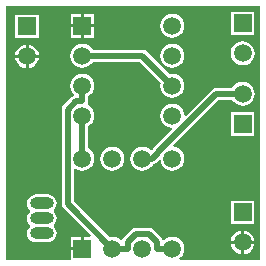
<source format=gbl>
G04 Layer_Physical_Order=2*
G04 Layer_Color=16711680*
%FSLAX44Y44*%
%MOMM*%
G71*
G01*
G75*
%ADD13C,0.5000*%
%ADD15O,2.0000X1.0000*%
%ADD16O,2.0000X1.0000*%
%ADD17R,1.5000X1.5000*%
%ADD18C,1.5000*%
%ADD19R,1.5000X1.5000*%
G36*
X220000Y5000D02*
X151928D01*
X151497Y6270D01*
X152761Y7239D01*
X154370Y9337D01*
X155382Y11779D01*
X155727Y14400D01*
X155382Y17021D01*
X154370Y19463D01*
X152761Y21561D01*
X150663Y23170D01*
X148221Y24182D01*
X145600Y24527D01*
X142979Y24182D01*
X140537Y23170D01*
X138737Y21789D01*
X138484Y21743D01*
X137671Y21838D01*
X137185Y22013D01*
X136374Y23228D01*
X129028Y30574D01*
X127361Y31688D01*
X125394Y32079D01*
X115006D01*
X113039Y31688D01*
X111372Y30574D01*
X104026Y23228D01*
X103214Y22013D01*
X102729Y21838D01*
X101916Y21743D01*
X101663Y21789D01*
X99863Y23170D01*
X97421Y24182D01*
X94800Y24527D01*
X92273Y24194D01*
X61999Y54468D01*
Y82023D01*
X63269Y82649D01*
X64337Y81830D01*
X66779Y80818D01*
X69400Y80473D01*
X72021Y80818D01*
X74463Y81830D01*
X76561Y83439D01*
X78170Y85537D01*
X79182Y87979D01*
X79527Y90600D01*
X79182Y93221D01*
X78170Y95663D01*
X76561Y97761D01*
X74539Y99312D01*
Y118188D01*
X76561Y119739D01*
X78170Y121837D01*
X79182Y124279D01*
X79527Y126900D01*
X79182Y129521D01*
X78170Y131963D01*
X76561Y134061D01*
X74463Y135670D01*
X74197Y135780D01*
X73828Y136996D01*
X74148Y137473D01*
X74539Y139440D01*
Y143588D01*
X76561Y145139D01*
X78170Y147237D01*
X79182Y149679D01*
X79527Y152300D01*
X79182Y154921D01*
X78170Y157363D01*
X76561Y159461D01*
X74463Y161070D01*
X72021Y162082D01*
X69400Y162427D01*
X66779Y162082D01*
X64337Y161070D01*
X62239Y159461D01*
X60630Y157363D01*
X59618Y154921D01*
X59273Y152300D01*
X59618Y149679D01*
X60630Y147237D01*
X62011Y145437D01*
X62057Y145184D01*
X61962Y144371D01*
X61787Y143885D01*
X60572Y143074D01*
X53226Y135728D01*
X52112Y134061D01*
X51721Y132094D01*
Y52340D01*
X52112Y50374D01*
X53226Y48706D01*
X76319Y25613D01*
X75833Y24440D01*
X70670D01*
Y14400D01*
X69400D01*
Y13130D01*
X59360D01*
Y5000D01*
X5000D01*
Y220000D01*
X220000D01*
Y5000D01*
D02*
G37*
%LPC*%
G36*
X79440Y213140D02*
X70670D01*
Y204370D01*
X79440D01*
Y213140D01*
D02*
G37*
G36*
X68130D02*
X59360D01*
Y204370D01*
X68130D01*
Y213140D01*
D02*
G37*
G36*
X215040Y215040D02*
X194960D01*
Y194960D01*
X215040D01*
Y215040D01*
D02*
G37*
G36*
X79440Y201830D02*
X70670D01*
Y193060D01*
X79440D01*
Y201830D01*
D02*
G37*
G36*
X68130D02*
X59360D01*
Y193060D01*
X68130D01*
Y201830D01*
D02*
G37*
G36*
X145600Y213227D02*
X142979Y212882D01*
X140537Y211870D01*
X138439Y210261D01*
X136830Y208163D01*
X135818Y205721D01*
X135473Y203100D01*
X135818Y200479D01*
X136830Y198037D01*
X138439Y195939D01*
X140537Y194330D01*
X142979Y193318D01*
X145600Y192973D01*
X148221Y193318D01*
X150663Y194330D01*
X152761Y195939D01*
X154370Y198037D01*
X155382Y200479D01*
X155727Y203100D01*
X155382Y205721D01*
X154370Y208163D01*
X152761Y210261D01*
X150663Y211870D01*
X148221Y212882D01*
X145600Y213227D01*
D02*
G37*
G36*
X32540Y212540D02*
X12460D01*
Y192460D01*
X32540D01*
Y212540D01*
D02*
G37*
G36*
X23770Y187059D02*
Y178370D01*
X32459D01*
X32282Y179721D01*
X31270Y182163D01*
X29661Y184261D01*
X27563Y185870D01*
X25121Y186882D01*
X23770Y187059D01*
D02*
G37*
G36*
X21230D02*
X19879Y186882D01*
X17437Y185870D01*
X15339Y184261D01*
X13730Y182163D01*
X12718Y179721D01*
X12541Y178370D01*
X21230D01*
Y187059D01*
D02*
G37*
G36*
X205000Y189727D02*
X202379Y189382D01*
X199937Y188370D01*
X197839Y186761D01*
X196230Y184663D01*
X195218Y182221D01*
X194873Y179600D01*
X195218Y176979D01*
X196230Y174537D01*
X197839Y172439D01*
X199937Y170830D01*
X202379Y169818D01*
X205000Y169473D01*
X207621Y169818D01*
X210063Y170830D01*
X212161Y172439D01*
X213770Y174537D01*
X214782Y176979D01*
X215127Y179600D01*
X214782Y182221D01*
X213770Y184663D01*
X212161Y186761D01*
X210063Y188370D01*
X207621Y189382D01*
X205000Y189727D01*
D02*
G37*
G36*
X145600Y187827D02*
X142979Y187482D01*
X140537Y186470D01*
X138439Y184861D01*
X136830Y182763D01*
X135818Y180321D01*
X135473Y177700D01*
X135818Y175079D01*
X136830Y172637D01*
X138439Y170539D01*
X140537Y168930D01*
X142979Y167918D01*
X145600Y167573D01*
X148221Y167918D01*
X150663Y168930D01*
X152761Y170539D01*
X154370Y172637D01*
X155382Y175079D01*
X155727Y177700D01*
X155382Y180321D01*
X154370Y182763D01*
X152761Y184861D01*
X150663Y186470D01*
X148221Y187482D01*
X145600Y187827D01*
D02*
G37*
G36*
X32459Y175830D02*
X23770D01*
Y167141D01*
X25121Y167318D01*
X27563Y168330D01*
X29661Y169939D01*
X31270Y172037D01*
X32282Y174479D01*
X32459Y175830D01*
D02*
G37*
G36*
X21230D02*
X12541D01*
X12718Y174479D01*
X13730Y172037D01*
X15339Y169939D01*
X17437Y168330D01*
X19879Y167318D01*
X21230Y167141D01*
Y175830D01*
D02*
G37*
G36*
X69400Y187827D02*
X66779Y187482D01*
X64337Y186470D01*
X62239Y184861D01*
X60630Y182763D01*
X59618Y180321D01*
X59273Y177700D01*
X59618Y175079D01*
X60630Y172637D01*
X62239Y170539D01*
X64337Y168930D01*
X66779Y167918D01*
X69400Y167573D01*
X72021Y167918D01*
X74463Y168930D01*
X76561Y170539D01*
X78112Y172561D01*
X118071D01*
X135806Y154827D01*
X135473Y152300D01*
X135818Y149679D01*
X136830Y147237D01*
X138439Y145139D01*
X140537Y143530D01*
X142979Y142518D01*
X145600Y142173D01*
X148221Y142518D01*
X150663Y143530D01*
X152761Y145139D01*
X154370Y147237D01*
X155382Y149679D01*
X155727Y152300D01*
X155382Y154921D01*
X154370Y157363D01*
X152761Y159461D01*
X150663Y161070D01*
X148221Y162082D01*
X145600Y162427D01*
X143073Y162094D01*
X123834Y181334D01*
X122167Y182448D01*
X120200Y182839D01*
X78112D01*
X76561Y184861D01*
X74463Y186470D01*
X72021Y187482D01*
X69400Y187827D01*
D02*
G37*
G36*
X205000Y155527D02*
X202379Y155182D01*
X199937Y154170D01*
X197839Y152561D01*
X196288Y150539D01*
X182666D01*
X180699Y150148D01*
X179032Y149034D01*
X156957Y126959D01*
X155654Y127452D01*
X155382Y129521D01*
X154370Y131963D01*
X152761Y134061D01*
X150663Y135670D01*
X148221Y136682D01*
X145600Y137027D01*
X142979Y136682D01*
X140537Y135670D01*
X138439Y134061D01*
X136830Y131963D01*
X135818Y129521D01*
X135473Y126900D01*
X135818Y124279D01*
X136830Y121837D01*
X138439Y119739D01*
X140537Y118130D01*
X142979Y117118D01*
X145048Y116846D01*
X145541Y115543D01*
X129426Y99428D01*
X128955Y98722D01*
X127954Y97722D01*
X127361Y97761D01*
X125263Y99370D01*
X122821Y100382D01*
X120200Y100727D01*
X117579Y100382D01*
X115137Y99370D01*
X113039Y97761D01*
X111430Y95663D01*
X110418Y93221D01*
X110073Y90600D01*
X110418Y87979D01*
X111430Y85537D01*
X113039Y83439D01*
X115137Y81830D01*
X117579Y80818D01*
X120200Y80473D01*
X122821Y80818D01*
X125263Y81830D01*
X127361Y83439D01*
X128970Y85537D01*
X129014Y85643D01*
X130066Y85852D01*
X131734Y86966D01*
X134329Y89562D01*
X135670Y89107D01*
X135818Y87979D01*
X136830Y85537D01*
X138439Y83439D01*
X140537Y81830D01*
X142979Y80818D01*
X145600Y80473D01*
X148221Y80818D01*
X150663Y81830D01*
X152761Y83439D01*
X154370Y85537D01*
X155382Y87979D01*
X155727Y90600D01*
X155382Y93221D01*
X154370Y95663D01*
X152761Y97761D01*
X150663Y99370D01*
X148221Y100382D01*
X146886Y100557D01*
X146431Y101898D01*
X184794Y140261D01*
X196288D01*
X197839Y138239D01*
X199937Y136630D01*
X202379Y135618D01*
X205000Y135273D01*
X207621Y135618D01*
X210063Y136630D01*
X212161Y138239D01*
X213770Y140337D01*
X214782Y142779D01*
X215127Y145400D01*
X214782Y148021D01*
X213770Y150463D01*
X212161Y152561D01*
X210063Y154170D01*
X207621Y155182D01*
X205000Y155527D01*
D02*
G37*
G36*
X215040Y130040D02*
X194960D01*
Y109960D01*
X215040D01*
Y130040D01*
D02*
G37*
G36*
X94800Y100727D02*
X92179Y100382D01*
X89737Y99370D01*
X87639Y97761D01*
X86030Y95663D01*
X85018Y93221D01*
X84673Y90600D01*
X85018Y87979D01*
X86030Y85537D01*
X87639Y83439D01*
X89737Y81830D01*
X92179Y80818D01*
X94800Y80473D01*
X97421Y80818D01*
X99863Y81830D01*
X101961Y83439D01*
X103570Y85537D01*
X104582Y87979D01*
X104927Y90600D01*
X104582Y93221D01*
X103570Y95663D01*
X101961Y97761D01*
X99863Y99370D01*
X97421Y100382D01*
X94800Y100727D01*
D02*
G37*
G36*
X215040Y55040D02*
X194960D01*
Y34960D01*
X215040D01*
Y55040D01*
D02*
G37*
G36*
X206270Y29559D02*
Y20870D01*
X214959D01*
X214782Y22221D01*
X213770Y24663D01*
X212161Y26761D01*
X210063Y28370D01*
X207621Y29382D01*
X206270Y29559D01*
D02*
G37*
G36*
X203730D02*
X202379Y29382D01*
X199937Y28370D01*
X197839Y26761D01*
X196230Y24663D01*
X195218Y22221D01*
X195041Y20870D01*
X203730D01*
Y29559D01*
D02*
G37*
G36*
X40000Y60305D02*
X30000D01*
X28032Y60046D01*
X26198Y59286D01*
X24622Y58078D01*
X23414Y56502D01*
X22654Y54668D01*
X22395Y52700D01*
X22654Y50732D01*
X23414Y48898D01*
X24622Y47322D01*
X25062Y46985D01*
Y45715D01*
X24622Y45378D01*
X23414Y43802D01*
X22654Y41968D01*
X22395Y40000D01*
X22654Y38032D01*
X23414Y36198D01*
X24622Y34622D01*
X25062Y34285D01*
Y33015D01*
X24622Y32678D01*
X23414Y31102D01*
X22654Y29268D01*
X22395Y27300D01*
X22654Y25332D01*
X23414Y23498D01*
X24622Y21922D01*
X26198Y20714D01*
X28032Y19954D01*
X30000Y19695D01*
X40000D01*
X41968Y19954D01*
X43803Y20714D01*
X45378Y21922D01*
X46586Y23498D01*
X47346Y25332D01*
X47605Y27300D01*
X47346Y29268D01*
X46586Y31102D01*
X45378Y32678D01*
X44938Y33015D01*
Y34285D01*
X45378Y34622D01*
X46586Y36198D01*
X47346Y38032D01*
X47605Y40000D01*
X47346Y41968D01*
X46586Y43802D01*
X45378Y45378D01*
X44938Y45715D01*
Y46985D01*
X45378Y47322D01*
X46586Y48898D01*
X47346Y50732D01*
X47605Y52700D01*
X47346Y54668D01*
X46586Y56502D01*
X45378Y58078D01*
X43802Y59286D01*
X41968Y60046D01*
X40000Y60305D01*
D02*
G37*
G36*
X68130Y24440D02*
X59360D01*
Y15670D01*
X68130D01*
Y24440D01*
D02*
G37*
G36*
X214959Y18330D02*
X206270D01*
Y9641D01*
X207621Y9818D01*
X210063Y10830D01*
X212161Y12439D01*
X213770Y14537D01*
X214782Y16979D01*
X214959Y18330D01*
D02*
G37*
G36*
X203730D02*
X195041D01*
X195218Y16979D01*
X196230Y14537D01*
X197839Y12439D01*
X199937Y10830D01*
X202379Y9818D01*
X203730Y9641D01*
Y18330D01*
D02*
G37*
%LPD*%
D13*
X94800Y14400D02*
X107660D01*
Y19594D01*
X115006Y26940D01*
X125394D01*
X132740Y19594D01*
Y14400D02*
Y19594D01*
Y14400D02*
X145600D01*
X56860Y52340D02*
X94800Y14400D01*
X120200Y90600D02*
X128100D01*
X133060Y95560D01*
Y95794D01*
X182666Y145400D01*
X205000D01*
X69400Y177700D02*
X120200D01*
X145600Y152300D01*
X56860Y52340D02*
Y132094D01*
X64206Y139440D01*
X69400D01*
Y152300D01*
Y90600D02*
Y126900D01*
D15*
X35000Y27300D02*
D03*
Y40000D02*
D03*
D16*
Y52700D02*
D03*
D17*
X69400Y14400D02*
D03*
X205000Y45000D02*
D03*
Y205000D02*
D03*
Y120000D02*
D03*
X22500Y202500D02*
D03*
D18*
X94800Y14400D02*
D03*
X120200D02*
D03*
X145600D02*
D03*
X69400Y90600D02*
D03*
X94800D02*
D03*
X120200D02*
D03*
X145600D02*
D03*
X205000Y19600D02*
D03*
Y179600D02*
D03*
Y145400D02*
D03*
X69400Y177700D02*
D03*
Y152300D02*
D03*
Y126900D02*
D03*
X145600Y203100D02*
D03*
Y177700D02*
D03*
Y152300D02*
D03*
Y126900D02*
D03*
X22500Y177100D02*
D03*
D19*
X69400Y203100D02*
D03*
M02*

</source>
